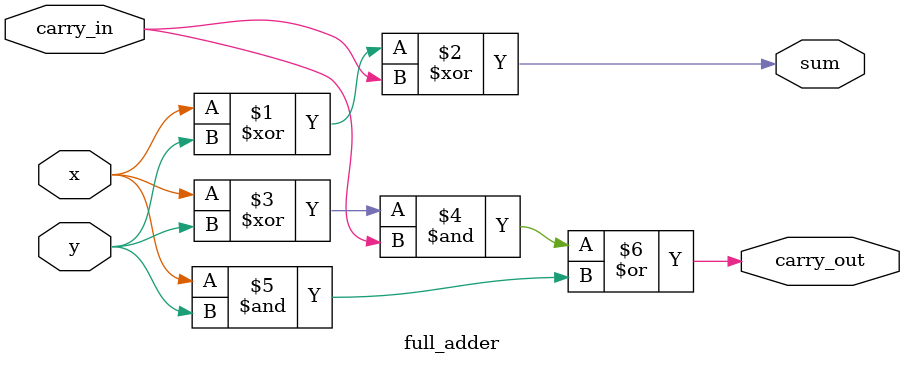
<source format=v>
module full_adder
       (
           input x,
           input y,
           input carry_in,
           output carry_out,
           output sum
       );

assign sum = (x ^ y) ^ carry_in;
assign carry_out = ((x ^ y) & carry_in) | (x & y);

endmodule

</source>
